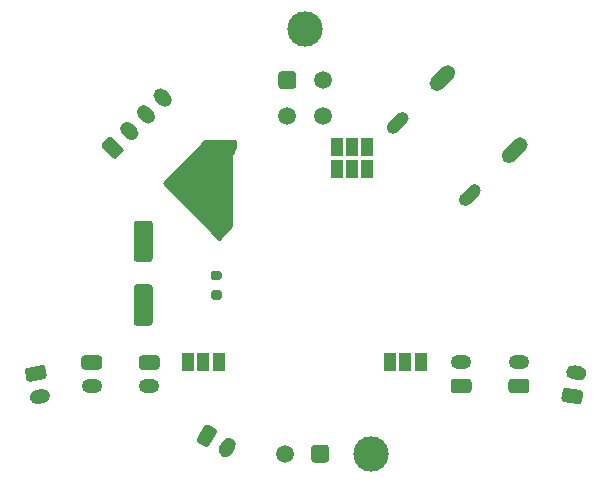
<source format=gbr>
%TF.GenerationSoftware,KiCad,Pcbnew,(5.1.10)-1*%
%TF.CreationDate,2021-12-06T16:33:20+01:00*%
%TF.ProjectId,MiniAB-CAN-Board,4d696e69-4142-42d4-9341-4e2d426f6172,rev?*%
%TF.SameCoordinates,Original*%
%TF.FileFunction,Soldermask,Top*%
%TF.FilePolarity,Negative*%
%FSLAX46Y46*%
G04 Gerber Fmt 4.6, Leading zero omitted, Abs format (unit mm)*
G04 Created by KiCad (PCBNEW (5.1.10)-1) date 2021-12-06 16:33:20*
%MOMM*%
%LPD*%
G01*
G04 APERTURE LIST*
%ADD10C,1.500000*%
%ADD11C,3.000000*%
%ADD12R,1.000000X1.500000*%
%ADD13O,1.750000X1.200000*%
%ADD14C,0.254000*%
%ADD15C,0.100000*%
G04 APERTURE END LIST*
D10*
%TO.C,J6*%
X-24996400Y-69392800D03*
G36*
G01*
X-22496400Y-68642800D02*
X-21496400Y-68642800D01*
G75*
G02*
X-21246400Y-68892800I0J-250000D01*
G01*
X-21246400Y-69892800D01*
G75*
G02*
X-21496400Y-70142800I-250000J0D01*
G01*
X-22496400Y-70142800D01*
G75*
G02*
X-22746400Y-69892800I0J250000D01*
G01*
X-22746400Y-68892800D01*
G75*
G02*
X-22496400Y-68642800I250000J0D01*
G01*
G37*
D11*
X-17676400Y-69392800D03*
%TD*%
%TO.C,TH1*%
G36*
G01*
X-31059800Y-55543000D02*
X-30509800Y-55543000D01*
G75*
G02*
X-30309800Y-55743000I0J-200000D01*
G01*
X-30309800Y-56143000D01*
G75*
G02*
X-30509800Y-56343000I-200000J0D01*
G01*
X-31059800Y-56343000D01*
G75*
G02*
X-31259800Y-56143000I0J200000D01*
G01*
X-31259800Y-55743000D01*
G75*
G02*
X-31059800Y-55543000I200000J0D01*
G01*
G37*
G36*
G01*
X-31059800Y-53893000D02*
X-30509800Y-53893000D01*
G75*
G02*
X-30309800Y-54093000I0J-200000D01*
G01*
X-30309800Y-54493000D01*
G75*
G02*
X-30509800Y-54693000I-200000J0D01*
G01*
X-31059800Y-54693000D01*
G75*
G02*
X-31259800Y-54493000I0J200000D01*
G01*
X-31259800Y-54093000D01*
G75*
G02*
X-31059800Y-53893000I200000J0D01*
G01*
G37*
%TD*%
D12*
%TO.C,JP4*%
X-31902400Y-61620400D03*
X-30602400Y-61620400D03*
X-33202400Y-61620400D03*
%TD*%
%TO.C,JP3*%
X-14782800Y-61620400D03*
X-13482800Y-61620400D03*
X-16082800Y-61620400D03*
%TD*%
%TO.C,JP2*%
X-19304000Y-45313600D03*
X-18004000Y-45313600D03*
X-20604000Y-45313600D03*
%TD*%
%TO.C,JP1*%
X-19304000Y-43383200D03*
X-18004000Y-43383200D03*
X-20604000Y-43383200D03*
%TD*%
%TO.C,J11*%
G36*
G01*
X-35560369Y-39860877D02*
X-35949277Y-39471969D01*
G75*
G02*
X-35949277Y-38623441I424264J424264D01*
G01*
X-35949277Y-38623441D01*
G75*
G02*
X-35100749Y-38623441I424264J-424264D01*
G01*
X-34711841Y-39012349D01*
G75*
G02*
X-34711841Y-39860877I-424264J-424264D01*
G01*
X-34711841Y-39860877D01*
G75*
G02*
X-35560369Y-39860877I-424264J424264D01*
G01*
G37*
G36*
G01*
X-36974583Y-41275091D02*
X-37363491Y-40886183D01*
G75*
G02*
X-37363491Y-40037655I424264J424264D01*
G01*
X-37363491Y-40037655D01*
G75*
G02*
X-36514963Y-40037655I424264J-424264D01*
G01*
X-36126055Y-40426563D01*
G75*
G02*
X-36126055Y-41275091I-424264J-424264D01*
G01*
X-36126055Y-41275091D01*
G75*
G02*
X-36974583Y-41275091I-424264J424264D01*
G01*
G37*
G36*
G01*
X-38388796Y-42689304D02*
X-38777704Y-42300396D01*
G75*
G02*
X-38777704Y-41451868I424264J424264D01*
G01*
X-38777704Y-41451868D01*
G75*
G02*
X-37929176Y-41451868I424264J-424264D01*
G01*
X-37540268Y-41840776D01*
G75*
G02*
X-37540268Y-42689304I-424264J-424264D01*
G01*
X-37540268Y-42689304D01*
G75*
G02*
X-38388796Y-42689304I-424264J424264D01*
G01*
G37*
G36*
G01*
X-39555522Y-44351007D02*
X-40439407Y-43467122D01*
G75*
G02*
X-40439407Y-43113570I176776J176776D01*
G01*
X-39944430Y-42618593D01*
G75*
G02*
X-39590878Y-42618593I176776J-176776D01*
G01*
X-38706993Y-43502478D01*
G75*
G02*
X-38706993Y-43856030I-176776J-176776D01*
G01*
X-39201970Y-44351007D01*
G75*
G02*
X-39555522Y-44351007I-176776J176776D01*
G01*
G37*
%TD*%
D13*
%TO.C,J10*%
X-10058400Y-61652400D03*
G36*
G01*
X-9433399Y-64252400D02*
X-10683401Y-64252400D01*
G75*
G02*
X-10933400Y-64002401I0J249999D01*
G01*
X-10933400Y-63302399D01*
G75*
G02*
X-10683401Y-63052400I249999J0D01*
G01*
X-9433399Y-63052400D01*
G75*
G02*
X-9183400Y-63302399I0J-249999D01*
G01*
X-9183400Y-64002401D01*
G75*
G02*
X-9433399Y-64252400I-249999J0D01*
G01*
G37*
%TD*%
%TO.C,J9*%
G36*
G01*
X-146471Y-63185022D02*
X-688115Y-63089516D01*
G75*
G02*
X-1174811Y-62394442I104189J590885D01*
G01*
X-1174811Y-62394442D01*
G75*
G02*
X-479737Y-61907746I590885J-104189D01*
G01*
X61907Y-62003252D01*
G75*
G02*
X548603Y-62698326I-104189J-590885D01*
G01*
X548603Y-62698326D01*
G75*
G02*
X-146471Y-63185022I-590885J104189D01*
G01*
G37*
G36*
G01*
X-149083Y-65215415D02*
X-1380095Y-64998354D01*
G75*
G02*
X-1582884Y-64708741I43412J246201D01*
G01*
X-1461330Y-64019374D01*
G75*
G02*
X-1171717Y-63816585I246201J-43412D01*
G01*
X59295Y-64033646D01*
G75*
G02*
X262084Y-64323259I-43412J-246201D01*
G01*
X140530Y-65012626D01*
G75*
G02*
X-149083Y-65215415I-246201J43412D01*
G01*
G37*
%TD*%
%TO.C,J8*%
G36*
G01*
X-46103315Y-64012084D02*
X-45561671Y-63916578D01*
G75*
G02*
X-44866597Y-64403274I104189J-590885D01*
G01*
X-44866597Y-64403274D01*
G75*
G02*
X-45353293Y-65098348I-590885J-104189D01*
G01*
X-45894937Y-65193854D01*
G75*
G02*
X-46590011Y-64707158I-104189J590885D01*
G01*
X-46590011Y-64707158D01*
G75*
G02*
X-46103315Y-64012084I590885J104189D01*
G01*
G37*
G36*
G01*
X-46795295Y-62103246D02*
X-45564283Y-61886185D01*
G75*
G02*
X-45274670Y-62088974I43412J-246201D01*
G01*
X-45153116Y-62778341D01*
G75*
G02*
X-45355905Y-63067954I-246201J-43412D01*
G01*
X-46586917Y-63285015D01*
G75*
G02*
X-46876530Y-63082226I-43412J246201D01*
G01*
X-46998084Y-62392859D01*
G75*
G02*
X-46795295Y-62103246I246201J43412D01*
G01*
G37*
%TD*%
%TO.C,J7*%
X-5181600Y-61652400D03*
G36*
G01*
X-4556599Y-64252400D02*
X-5806601Y-64252400D01*
G75*
G02*
X-6056600Y-64002401I0J249999D01*
G01*
X-6056600Y-63302399D01*
G75*
G02*
X-5806601Y-63052400I249999J0D01*
G01*
X-4556599Y-63052400D01*
G75*
G02*
X-4306600Y-63302399I0J-249999D01*
G01*
X-4306600Y-64002401D01*
G75*
G02*
X-4556599Y-64252400I-249999J0D01*
G01*
G37*
%TD*%
%TO.C,J5*%
X-41351200Y-63671200D03*
G36*
G01*
X-41976201Y-61071200D02*
X-40726199Y-61071200D01*
G75*
G02*
X-40476200Y-61321199I0J-249999D01*
G01*
X-40476200Y-62021201D01*
G75*
G02*
X-40726199Y-62271200I-249999J0D01*
G01*
X-41976201Y-62271200D01*
G75*
G02*
X-42226200Y-62021201I0J249999D01*
G01*
X-42226200Y-61321199D01*
G75*
G02*
X-41976201Y-61071200I249999J0D01*
G01*
G37*
%TD*%
%TO.C,J4*%
X-36474400Y-63671200D03*
G36*
G01*
X-37099401Y-61071200D02*
X-35849399Y-61071200D01*
G75*
G02*
X-35599400Y-61321199I0J-249999D01*
G01*
X-35599400Y-62021201D01*
G75*
G02*
X-35849399Y-62271200I-249999J0D01*
G01*
X-37099401Y-62271200D01*
G75*
G02*
X-37349400Y-62021201I0J249999D01*
G01*
X-37349400Y-61321199D01*
G75*
G02*
X-37099401Y-61071200I249999J0D01*
G01*
G37*
%TD*%
%TO.C,J3*%
G36*
G01*
X-30522664Y-68806957D02*
X-30247664Y-68330643D01*
G75*
G02*
X-29428049Y-68111028I519615J-300000D01*
G01*
X-29428049Y-68111028D01*
G75*
G02*
X-29208434Y-68930643I-300000J-519615D01*
G01*
X-29483434Y-69406957D01*
G75*
G02*
X-30303049Y-69626572I-519615J300000D01*
G01*
X-30303049Y-69626572D01*
G75*
G02*
X-30522664Y-68806957I300000J519615D01*
G01*
G37*
G36*
G01*
X-32429715Y-68110067D02*
X-31804714Y-67027534D01*
G75*
G02*
X-31463209Y-66936028I216505J-124999D01*
G01*
X-30856990Y-67286029D01*
G75*
G02*
X-30765485Y-67627533I-125000J-216505D01*
G01*
X-31390486Y-68710066D01*
G75*
G02*
X-31731991Y-68801572I-216505J124999D01*
G01*
X-32338210Y-68451571D01*
G75*
G02*
X-32429715Y-68110067I125000J216505D01*
G01*
G37*
%TD*%
D10*
%TO.C,J2*%
X-21777700Y-40757100D03*
X-24777700Y-40757100D03*
X-21777700Y-37757100D03*
G36*
G01*
X-25527700Y-38257100D02*
X-25527700Y-37257100D01*
G75*
G02*
X-25277700Y-37007100I250000J0D01*
G01*
X-24277700Y-37007100D01*
G75*
G02*
X-24027700Y-37257100I0J-250000D01*
G01*
X-24027700Y-38257100D01*
G75*
G02*
X-24277700Y-38507100I-250000J0D01*
G01*
X-25277700Y-38507100D01*
G75*
G02*
X-25527700Y-38257100I0J250000D01*
G01*
G37*
D11*
X-23277700Y-33437100D03*
%TD*%
%TO.C,J1*%
G36*
G01*
X-6457923Y-43702888D02*
X-5538685Y-42783650D01*
G75*
G02*
X-4619447Y-42783650I459619J-459619D01*
G01*
X-4619447Y-42783650D01*
G75*
G02*
X-4619447Y-43702888I-459619J-459619D01*
G01*
X-5538685Y-44622126D01*
G75*
G02*
X-6457923Y-44622126I-459619J459619D01*
G01*
X-6457923Y-44622126D01*
G75*
G02*
X-6457923Y-43702888I459619J459619D01*
G01*
G37*
G36*
G01*
X-12567326Y-37593485D02*
X-11648088Y-36674247D01*
G75*
G02*
X-10728850Y-36674247I459619J-459619D01*
G01*
X-10728850Y-36674247D01*
G75*
G02*
X-10728850Y-37593485I-459619J-459619D01*
G01*
X-11648088Y-38512723D01*
G75*
G02*
X-12567326Y-38512723I-459619J459619D01*
G01*
X-12567326Y-38512723D01*
G75*
G02*
X-12567326Y-37593485I459619J459619D01*
G01*
G37*
G36*
G01*
X-10106595Y-47492980D02*
X-9328777Y-46715162D01*
G75*
G02*
X-8550959Y-46715162I388909J-388909D01*
G01*
X-8550959Y-46715162D01*
G75*
G02*
X-8550959Y-47492980I-388909J-388909D01*
G01*
X-9328777Y-48270798D01*
G75*
G02*
X-10106595Y-48270798I-388909J388909D01*
G01*
X-10106595Y-48270798D01*
G75*
G02*
X-10106595Y-47492980I388909J388909D01*
G01*
G37*
G36*
G01*
X-16215998Y-41383577D02*
X-15438180Y-40605759D01*
G75*
G02*
X-14660362Y-40605759I388909J-388909D01*
G01*
X-14660362Y-40605759D01*
G75*
G02*
X-14660362Y-41383577I-388909J-388909D01*
G01*
X-15438180Y-42161395D01*
G75*
G02*
X-16215998Y-42161395I-388909J388909D01*
G01*
X-16215998Y-42161395D01*
G75*
G02*
X-16215998Y-41383577I388909J388909D01*
G01*
G37*
%TD*%
%TO.C,C33*%
G36*
G01*
X-37532400Y-55052000D02*
X-36432400Y-55052000D01*
G75*
G02*
X-36182400Y-55302000I0J-250000D01*
G01*
X-36182400Y-58302000D01*
G75*
G02*
X-36432400Y-58552000I-250000J0D01*
G01*
X-37532400Y-58552000D01*
G75*
G02*
X-37782400Y-58302000I0J250000D01*
G01*
X-37782400Y-55302000D01*
G75*
G02*
X-37532400Y-55052000I250000J0D01*
G01*
G37*
G36*
G01*
X-37532400Y-49652000D02*
X-36432400Y-49652000D01*
G75*
G02*
X-36182400Y-49902000I0J-250000D01*
G01*
X-36182400Y-52902000D01*
G75*
G02*
X-36432400Y-53152000I-250000J0D01*
G01*
X-37532400Y-53152000D01*
G75*
G02*
X-37782400Y-52902000I0J250000D01*
G01*
X-37782400Y-49902000D01*
G75*
G02*
X-37532400Y-49652000I250000J0D01*
G01*
G37*
%TD*%
D14*
X-29235400Y-43454820D02*
X-29501392Y-43986804D01*
X-29510290Y-44010056D01*
X-29514800Y-44043600D01*
X-29514800Y-50112394D01*
X-30581365Y-51178959D01*
X-35253628Y-46482234D01*
X-34454197Y-45682803D01*
X-34453788Y-45682392D01*
X-31722454Y-42926000D01*
X-29235400Y-42926000D01*
X-29235400Y-43454820D01*
D15*
G36*
X-29235400Y-43454820D02*
G01*
X-29501392Y-43986804D01*
X-29510290Y-44010056D01*
X-29514800Y-44043600D01*
X-29514800Y-50112394D01*
X-30581365Y-51178959D01*
X-35253628Y-46482234D01*
X-34454197Y-45682803D01*
X-34453788Y-45682392D01*
X-31722454Y-42926000D01*
X-29235400Y-42926000D01*
X-29235400Y-43454820D01*
G37*
M02*

</source>
